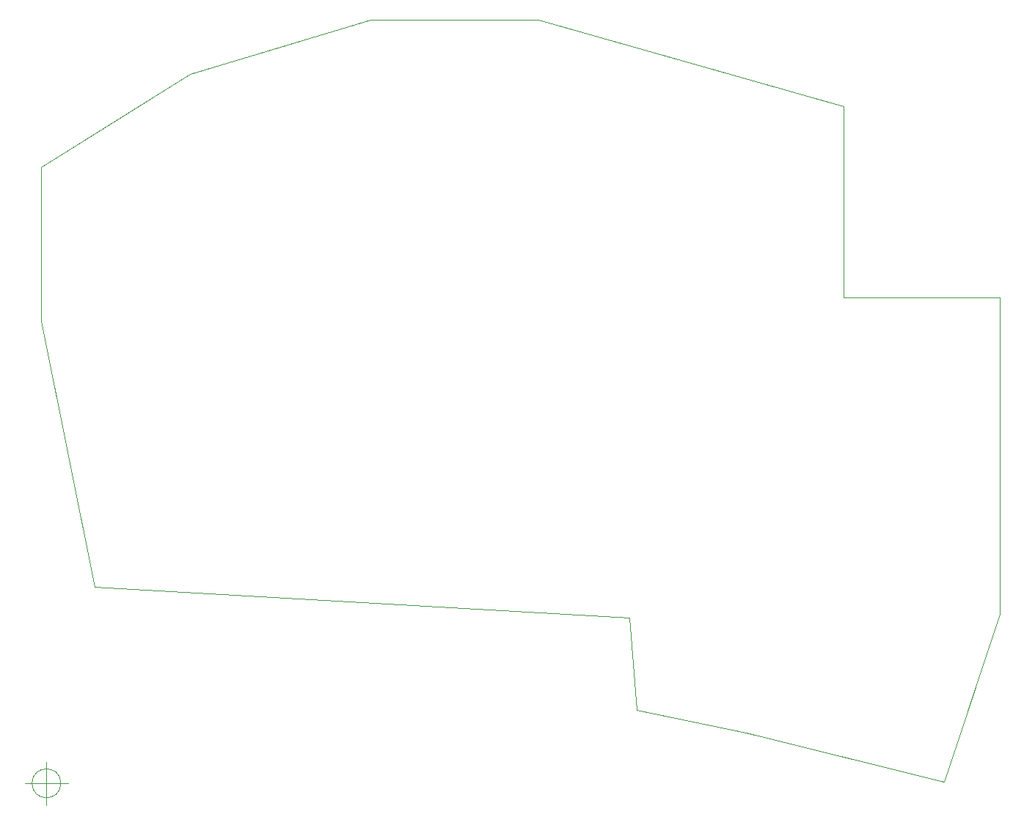
<source format=gm1>
%TF.GenerationSoftware,KiCad,Pcbnew,(6.0.8)*%
%TF.CreationDate,2022-10-28T13:14:18+09:00*%
%TF.ProjectId,selen-full_narrow,73656c65-6e2d-4667-956c-6c5f6e617272,rev?*%
%TF.SameCoordinates,Original*%
%TF.FileFunction,Profile,NP*%
%FSLAX46Y46*%
G04 Gerber Fmt 4.6, Leading zero omitted, Abs format (unit mm)*
G04 Created by KiCad (PCBNEW (6.0.8)) date 2022-10-28 13:14:18*
%MOMM*%
%LPD*%
G01*
G04 APERTURE LIST*
%TA.AperFunction,Profile*%
%ADD10C,0.100000*%
%TD*%
G04 APERTURE END LIST*
D10*
X194000000Y-71400000D02*
X194000000Y-93471727D01*
X212000000Y-93472000D01*
X212000000Y-130000000D01*
X205600000Y-149400000D01*
X182750000Y-143750000D01*
X170100000Y-141100000D01*
X169300000Y-130500000D01*
X107567869Y-126873043D01*
X101350000Y-96200000D01*
X101350000Y-78400000D01*
X118600000Y-67600000D01*
X139400000Y-61400000D01*
X158800000Y-61400000D01*
X194000000Y-71400000D01*
X103666666Y-149600000D02*
G75*
G03*
X103666666Y-149600000I-1666666J0D01*
G01*
X99500000Y-149600000D02*
X104500000Y-149600000D01*
X102000000Y-147100000D02*
X102000000Y-152100000D01*
M02*

</source>
